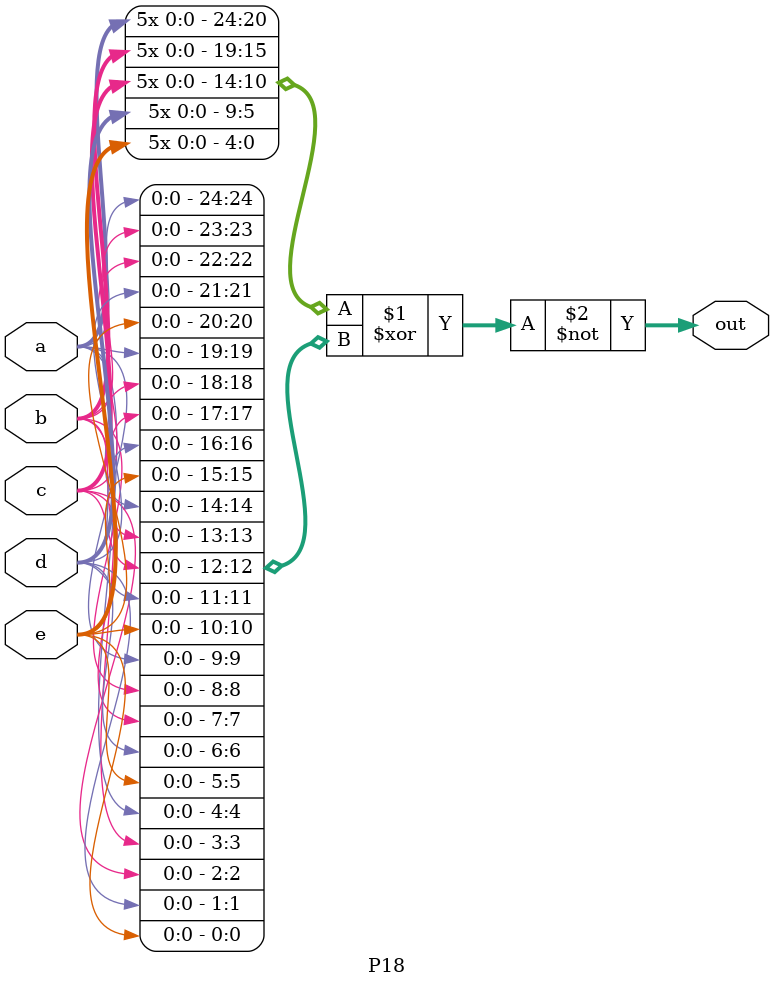
<source format=v>
module P18 (
    input a,
    b,
    c,
    d,
    e,
    output [24:0] out
);  //
  // The output is XNOR of two vectors created by concatenating and replicating the five inputs.
  assign out = ~({{5{a}}, {5{b}}, {5{c}}, {5{d}}, {5{e}}} ^{5{a, b, c, d, e}});
endmodule

</source>
